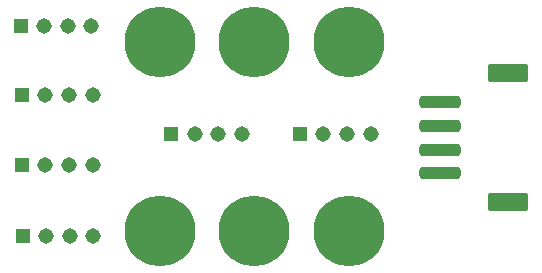
<source format=gbr>
G04*
G04 #@! TF.GenerationSoftware,Altium Limited,Altium Designer,23.0.1 (38)*
G04*
G04 Layer_Color=255*
%FSLAX25Y25*%
%MOIN*%
G70*
G04*
G04 #@! TF.SameCoordinates,383C52D0-4EDD-4C0E-AA1A-A67FCF8BFF30*
G04*
G04*
G04 #@! TF.FilePolarity,Positive*
G04*
G01*
G75*
G04:AMPARAMS|DCode=14|XSize=39.37mil|YSize=137.8mil|CornerRadius=9.84mil|HoleSize=0mil|Usage=FLASHONLY|Rotation=270.000|XOffset=0mil|YOffset=0mil|HoleType=Round|Shape=RoundedRectangle|*
%AMROUNDEDRECTD14*
21,1,0.03937,0.11811,0,0,270.0*
21,1,0.01968,0.13780,0,0,270.0*
1,1,0.01968,-0.05906,-0.00984*
1,1,0.01968,-0.05906,0.00984*
1,1,0.01968,0.05906,0.00984*
1,1,0.01968,0.05906,-0.00984*
%
%ADD14ROUNDEDRECTD14*%
G04:AMPARAMS|DCode=15|XSize=59.06mil|YSize=133.86mil|CornerRadius=7.38mil|HoleSize=0mil|Usage=FLASHONLY|Rotation=270.000|XOffset=0mil|YOffset=0mil|HoleType=Round|Shape=RoundedRectangle|*
%AMROUNDEDRECTD15*
21,1,0.05906,0.11909,0,0,270.0*
21,1,0.04429,0.13386,0,0,270.0*
1,1,0.01476,-0.05955,-0.02215*
1,1,0.01476,-0.05955,0.02215*
1,1,0.01476,0.05955,0.02215*
1,1,0.01476,0.05955,-0.02215*
%
%ADD15ROUNDEDRECTD15*%
%ADD23R,0.05150X0.05150*%
%ADD24C,0.05150*%
%ADD25C,0.23622*%
D14*
X416339Y177362D02*
D03*
Y169488D02*
D03*
Y161614D02*
D03*
Y153740D02*
D03*
D15*
X438976Y187008D02*
D03*
Y144095D02*
D03*
D23*
X369685Y166929D02*
D03*
X326752Y166937D02*
D03*
X276626Y202937D02*
D03*
X277004Y179937D02*
D03*
Y156437D02*
D03*
X277252Y132937D02*
D03*
D24*
X377559Y166929D02*
D03*
X385433D02*
D03*
X393307D02*
D03*
X350374Y166937D02*
D03*
X342500D02*
D03*
X334626D02*
D03*
X300248Y202937D02*
D03*
X292374D02*
D03*
X284500D02*
D03*
X284878Y179937D02*
D03*
X292752D02*
D03*
X300626D02*
D03*
X284878Y156437D02*
D03*
X292752D02*
D03*
X300626D02*
D03*
X300874Y132937D02*
D03*
X293000D02*
D03*
X285126D02*
D03*
D25*
X354563Y197437D02*
D03*
X386059D02*
D03*
X323067D02*
D03*
Y134445D02*
D03*
X354563D02*
D03*
X386059D02*
D03*
M02*

</source>
